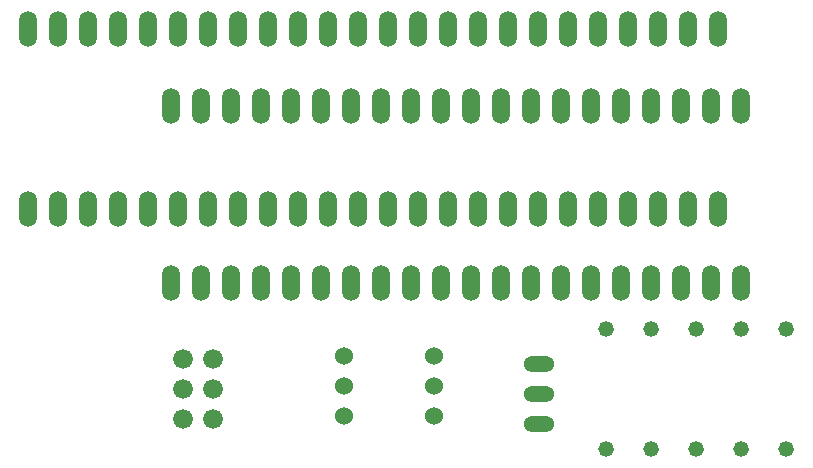
<source format=gbr>
G04 #@! TF.FileFunction,Soldermask,Bot*
%FSLAX46Y46*%
G04 Gerber Fmt 4.6, Leading zero omitted, Abs format (unit mm)*
G04 Created by KiCad (PCBNEW 4.0.6) date 06/09/18 23:54:49*
%MOMM*%
%LPD*%
G01*
G04 APERTURE LIST*
%ADD10C,0.100000*%
%ADD11C,1.524000*%
%ADD12O,2.641600X1.320800*%
%ADD13C,1.320800*%
%ADD14C,1.676400*%
%ADD15O,1.506220X3.014980*%
G04 APERTURE END LIST*
D10*
D11*
X144780000Y-118745000D03*
X144780000Y-116205000D03*
X144780000Y-121285000D03*
X152400000Y-121285000D03*
X152400000Y-118745000D03*
X152400000Y-116205000D03*
D12*
X161290000Y-119380000D03*
X161290000Y-116840000D03*
X161290000Y-121920000D03*
D13*
X182156000Y-113894000D03*
X182156000Y-124054000D03*
X178346000Y-113894000D03*
X178346000Y-124054000D03*
X174536000Y-113894000D03*
X174536000Y-124054000D03*
X170726000Y-124054000D03*
X170726000Y-113894000D03*
X166916000Y-113894000D03*
X166916000Y-124054000D03*
D14*
X131086000Y-121514000D03*
X131086000Y-118974000D03*
X131086000Y-116434000D03*
X133626000Y-121514000D03*
X133626000Y-118974000D03*
X133626000Y-116434000D03*
D15*
X130086000Y-109957000D03*
X132626000Y-109957000D03*
X135166000Y-109957000D03*
X137706000Y-109957000D03*
X140246000Y-109957000D03*
X142786000Y-109957000D03*
X145326000Y-109957000D03*
X147866000Y-109957000D03*
X150406000Y-109957000D03*
X152946000Y-109957000D03*
X155486000Y-109957000D03*
X158026000Y-109957000D03*
X160566000Y-109957000D03*
X163106000Y-109957000D03*
X165646000Y-109957000D03*
X168186000Y-109957000D03*
X170726000Y-109957000D03*
X173266000Y-109957000D03*
X175806000Y-109957000D03*
X178346000Y-109957000D03*
X178346000Y-94971000D03*
X175806000Y-94971000D03*
X173266000Y-94971000D03*
X170726000Y-94971000D03*
X168186000Y-94971000D03*
X165646000Y-94971000D03*
X163106000Y-94971000D03*
X160566000Y-94971000D03*
X158026000Y-94971000D03*
X155486000Y-94971000D03*
X152946000Y-94971000D03*
X150406000Y-94971000D03*
X147866000Y-94971000D03*
X145326000Y-94971000D03*
X142786000Y-94971000D03*
X140246000Y-94971000D03*
X137706000Y-94971000D03*
X135166000Y-94971000D03*
X132626000Y-94971000D03*
X130086000Y-94971000D03*
X118021000Y-103733600D03*
X120561000Y-103733600D03*
X123101000Y-103733600D03*
X125641000Y-103733600D03*
X128181000Y-103733600D03*
X130721000Y-103733600D03*
X133261000Y-103733600D03*
X135801000Y-103733600D03*
X138341000Y-103733600D03*
X140881000Y-103733600D03*
X143421000Y-103733600D03*
X145961000Y-103733600D03*
X148501000Y-103733600D03*
X151041000Y-103733600D03*
X153581000Y-103733600D03*
X156121000Y-103733600D03*
X158661000Y-103733600D03*
X161201000Y-103733600D03*
X163741000Y-103733600D03*
X166281000Y-103733600D03*
X168821000Y-103733600D03*
X171361000Y-103733600D03*
X173901000Y-103733600D03*
X176441000Y-103733600D03*
X176441000Y-88493600D03*
X173901000Y-88493600D03*
X171361000Y-88493600D03*
X168821000Y-88493600D03*
X166281000Y-88493600D03*
X163741000Y-88493600D03*
X161201000Y-88493600D03*
X158661000Y-88493600D03*
X156121000Y-88493600D03*
X153581000Y-88493600D03*
X151041000Y-88493600D03*
X148501000Y-88493600D03*
X145961000Y-88493600D03*
X143421000Y-88493600D03*
X140881000Y-88493600D03*
X138341000Y-88493600D03*
X135801000Y-88493600D03*
X133261000Y-88493600D03*
X130721000Y-88493600D03*
X128181000Y-88493600D03*
X125641000Y-88493600D03*
X123101000Y-88493600D03*
X120561000Y-88493600D03*
X118021000Y-88493600D03*
M02*

</source>
